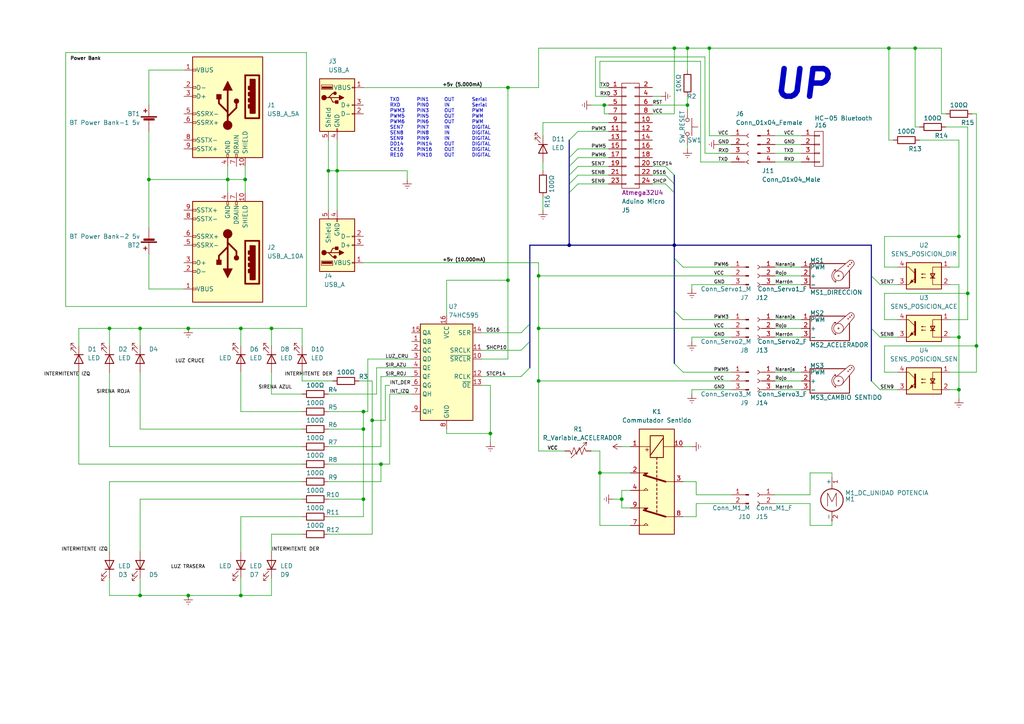
<source format=kicad_sch>
(kicad_sch (version 20211123) (generator eeschema)
  (paper "A4")
  (title_block (title "Esquema Coche Teledirigido") (date "2022-07-28") (rev "1") (company "CACA") (comment 1 "Esquema Coche Teledirigido"))
  (lib_symbols
    (symbol "74xx:74HC595"
      (property "Reference" "U" (at -7.62 13.97 0))
      (property "Value" "74HC595" (at -7.62 -16.51 0))
      (symbol "74HC595_1_0"
        (pin tri_state line (at 10.16 7.62 180) (length 2.54) (name "QB") (number "1"))
        (pin input line (at -10.16 2.54 0) (length 2.54) (name "~{SRCLR}") (number "10"))
        (pin input line (at -10.16 5.08 0) (length 2.54) (name "SRCLK") (number "11"))
        (pin input line (at -10.16 -2.54 0) (length 2.54) (name "RCLK") (number "12"))
        (pin input line (at -10.16 -5.08 0) (length 2.54) (name "~{OE}") (number "13"))
        (pin input line (at -10.16 10.16 0) (length 2.54) (name "SER") (number "14"))
        (pin tri_state line (at 10.16 10.16 180) (length 2.54) (name "QA") (number "15"))
        (pin power_in line (at 0 15.24 270) (length 2.54) (name "VCC") (number "16"))
        (pin tri_state line (at 10.16 5.08 180) (length 2.54) (name "QC") (number "2"))
        (pin tri_state line (at 10.16 2.54 180) (length 2.54) (name "QD") (number "3"))
        (pin tri_state line (at 10.16 0 180) (length 2.54) (name "QE") (number "4"))
        (pin tri_state line (at 10.16 -2.54 180) (length 2.54) (name "QF") (number "5"))
        (pin tri_state line (at 10.16 -5.08 180) (length 2.54) (name "QG") (number "6"))
        (pin tri_state line (at 10.16 -7.62 180) (length 2.54) (name "QH") (number "7"))
        (pin power_in line (at 0 -17.78 90) (length 2.54) (name "GND") (number "8"))
        (pin output line (at 10.16 -12.7 180) (length 2.54) (name "QH'") (number "9"))
      )
    )
    (symbol "Connector:Conn_01x04_Female" (pin_names (offset 1.016) hide)
      (property "Reference" "J" (at 0 5.08 0))
      (property "Value" "Conn_01x04_Female" (at 0 -7.62 0))
      (symbol "Conn_01x04_Female_1_1"
        (pin passive line (at -5.08 2.54 0) (length 3.81) (name "Pin_1") (number "1"))
        (pin passive line (at -5.08 0 0) (length 3.81) (name "Pin_2") (number "2"))
        (pin passive line (at -5.08 -2.54 0) (length 3.81) (name "Pin_3") (number "3"))
        (pin passive line (at -5.08 -5.08 0) (length 3.81) (name "Pin_4") (number "4"))
      )
    )
    (symbol "Connector:Conn_01x04_Male" (pin_names (offset 1.016) hide)
      (property "Reference" "J" (at 0 5.08 0))
      (property "Value" "Conn_01x04_Male" (at 0 -7.62 0))
      (symbol "Conn_01x04_Male_1_1"
        (pin passive line (at 5.08 2.54 180) (length 3.81) (name "Pin_1") (number "1"))
        (pin passive line (at 5.08 0 180) (length 3.81) (name "Pin_2") (number "2"))
        (pin passive line (at 5.08 -2.54 180) (length 3.81) (name "Pin_3") (number "3"))
        (pin passive line (at 5.08 -5.08 180) (length 3.81) (name "Pin_4") (number "4"))
      )
    )
    (symbol "Connector:USB3_A" (pin_names (offset 1.016))
      (property "Reference" "J" (at -10.16 15.24 0))
      (property "Value" "USB3_A" (at 10.16 15.24 0))
      (symbol "USB3_A_1_1"
        (pin power_in line (at 12.7 10.16 180) (length 2.54) (name "VBUS") (number "1"))
        (pin passive line (at -5.08 -17.78 90) (length 2.54) (name "SHIELD") (number "10"))
        (pin bidirectional line (at 12.7 5.08 180) (length 2.54) (name "D-") (number "2"))
        (pin bidirectional line (at 12.7 2.54 180) (length 2.54) (name "D+") (number "3"))
        (pin power_in line (at 0 -17.78 90) (length 2.54) (name "GND") (number "4"))
        (pin output line (at 12.7 -2.54 180) (length 2.54) (name "SSRX-") (number "5"))
        (pin output line (at 12.7 -5.08 180) (length 2.54) (name "SSRX+") (number "6"))
        (pin passive line (at -2.54 -17.78 90) (length 2.54) (name "DRAIN") (number "7"))
        (pin input line (at 12.7 -10.16 180) (length 2.54) (name "SSTX-") (number "8"))
        (pin input line (at 12.7 -12.7 180) (length 2.54) (name "SSTX+") (number "9"))
      )
    )
    (symbol "Connector:USB_A" (pin_names (offset 1.016))
      (property "Reference" "J" (at -5.08 11.43 0))
      (property "Value" "USB_A" (at -5.08 8.89 0))
      (symbol "USB_A_1_1"
        (pin power_in line (at 7.62 5.08 180) (length 2.54) (name "VBUS") (number "1"))
        (pin bidirectional line (at 7.62 -2.54 180) (length 2.54) (name "D-") (number "2"))
        (pin bidirectional line (at 7.62 0 180) (length 2.54) (name "D+") (number "3"))
        (pin power_in line (at 0 -10.16 90) (length 2.54) (name "GND") (number "4"))
        (pin passive line (at -2.54 -10.16 90) (length 2.54) (name "Shield") (number "5"))
      )
    )
    (symbol "Device:LED" (pin_numbers hide) (pin_names (offset 1.016) hide)
      (property "Reference" "D" (at 0 2.54 0))
      (property "Value" "LED" (at 0 -2.54 0))
      (symbol "LED_1_1"
        (pin passive line (at -3.81 0 0) (length 2.54) (name "K") (number "1"))
        (pin passive line (at 3.81 0 180) (length 2.54) (name "A") (number "2"))
      )
    )
    (symbol "Device:R_Variable_US" (pin_numbers hide) (pin_names (offset 0))
      (property "Reference" "R" (at 2.54 -2.54 90))
      (property "Value" "R_Variable_US" (at -2.54 -1.27 90))
      (symbol "R_Variable_US_1_1"
        (pin passive line (at 0 3.81 270) (length 1.27) (name "~") (number "1"))
        (pin passive line (at 0 -3.81 90) (length 1.27) (name "~") (number "2"))
      )
    )
    (symbol "Isolator:FODM217A"
      (property "Reference" "U" (at -5.08 5.08 0))
      (property "Value" "FODM217A" (at 0 5.08 0))
      (symbol "FODM217A_1_1"
        (pin passive line (at -7.62 2.54 0) (length 2.54) (name "~") (number "1"))
        (pin passive line (at -7.62 -2.54 0) (length 2.54) (name "~") (number "2"))
        (pin passive line (at 7.62 -2.54 180) (length 2.54) (name "~") (number "3"))
        (pin passive line (at 7.62 2.54 180) (length 2.54) (name "~") (number "4"))
      )
    )
    (symbol "Relay:AZ850-x"
      (property "Reference" "K" (at 16.51 3.81 0))
      (property "Value" "AZ850-x" (at 16.51 1.27 0))
      (symbol "AZ850-x_0_0"
        (text "+" (at -9.271 2.921 0) (effects (font (size 1.27 1.27))))
      )
      (symbol "AZ850-x_1_1"
        (pin passive line (at -10.16 7.62 270) (length 2.54) (name "~") (number "1"))
        (pin passive line (at -10.16 -7.62 90) (length 2.54) (name "~") (number "10"))
        (pin passive line (at -2.54 7.62 270) (length 2.54) (name "~") (number "2"))
        (pin passive line (at 0 -7.62 90) (length 2.54) (name "~") (number "3"))
        (pin passive line (at 2.54 7.62 270) (length 2.54) (name "~") (number "4"))
        (pin passive line (at 12.7 7.62 270) (length 2.54) (name "~") (number "7"))
        (pin passive line (at 10.16 -7.62 90) (length 2.54) (name "~") (number "8"))
        (pin passive line (at 7.62 7.62 270) (length 2.54) (name "~") (number "9"))
      )
    )
    (symbol "caca-coche-rescue:Battery_Cell" (pin_numbers hide) (pin_names (offset 0) hide)
      (property "Reference" "BT" (at 2.54 2.54 0))
      (property "Value" "Battery_Cell" (at 2.54 0 0))
      (symbol "Battery_Cell_1_1"
        (pin passive line (at 0 5.08 270) (length 2.54) (name "+") (number "1"))
        (pin passive line (at 0 -2.54 90) (length 2.54) (name "-") (number "2"))
      )
    )
    (symbol "caca-coche-rescue:CONN_01X04" (pin_names (offset 1.016) hide)
      (property "Reference" "P" (at 0 6.35 0))
      (property "Value" "CONN_01X04" (at 2.54 0 90))
      (symbol "CONN_01X04_1_1"
        (pin passive line (at -5.08 3.81 0) (length 3.81) (name "P1") (number "1"))
        (pin passive line (at -5.08 1.27 0) (length 3.81) (name "P2") (number "2"))
        (pin passive line (at -5.08 -1.27 0) (length 3.81) (name "P3") (number "3"))
        (pin passive line (at -5.08 -3.81 0) (length 3.81) (name "P4") (number "4"))
      )
    )
    (symbol "caca-coche-rescue:CONN_02X12" (pin_names (offset 0.0254) hide)
      (property "Reference" "P" (at 0 16.51 0))
      (property "Value" "CONN_02X12" (at 0 0 90))
      (symbol "CONN_02X12_1_1"
        (pin passive line (at -6.35 13.97 0) (length 3.81) (name "P1") (number "1"))
        (pin passive line (at 6.35 3.81 180) (length 3.81) (name "P10") (number "10"))
        (pin passive line (at -6.35 1.27 0) (length 3.81) (name "P11") (number "11"))
        (pin passive line (at 6.35 1.27 180) (length 3.81) (name "P12") (number "12"))
        (pin passive line (at -6.35 -1.27 0) (length 3.81) (name "P13") (number "13"))
        (pin passive line (at 6.35 -1.27 180) (length 3.81) (name "P14") (number "14"))
        (pin passive line (at -6.35 -3.81 0) (length 3.81) (name "P15") (number "15"))
        (pin passive line (at 6.35 -3.81 180) (length 3.81) (name "P16") (number "16"))
        (pin passive line (at -6.35 -6.35 0) (length 3.81) (name "P17") (number "17"))
        (pin passive line (at 6.35 -6.35 180) (length 3.81) (name "P18") (number "18"))
        (pin passive line (at -6.35 -8.89 0) (length 3.81) (name "P19") (number "19"))
        (pin passive line (at 6.35 13.97 180) (length 3.81) (name "P2") (number "2"))
        (pin passive line (at 6.35 -8.89 180) (length 3.81) (name "P20") (number "20"))
        (pin passive line (at -6.35 -11.43 0) (length 3.81) (name "P21") (number "21"))
        (pin passive line (at 6.35 -11.43 180) (length 3.81) (name "P22") (number "22"))
        (pin passive line (at -6.35 -13.97 0) (length 3.81) (name "P23") (number "23"))
        (pin passive line (at 6.35 -13.97 180) (length 3.81) (name "P24") (number "24"))
        (pin passive line (at -6.35 11.43 0) (length 3.81) (name "P3") (number "3"))
        (pin passive line (at 6.35 11.43 180) (length 3.81) (name "P4") (number "4"))
        (pin passive line (at -6.35 8.89 0) (length 3.81) (name "P5") (number "5"))
        (pin passive line (at 6.35 8.89 180) (length 3.81) (name "P6") (number "6"))
        (pin passive line (at -6.35 6.35 0) (length 3.81) (name "P7") (number "7"))
        (pin passive line (at 6.35 6.35 180) (length 3.81) (name "P8") (number "8"))
        (pin passive line (at -6.35 3.81 0) (length 3.81) (name "P9") (number "9"))
      )
    )
    (symbol "caca-coche-rescue:Conn_01x02_Female" (pin_names (offset 1.016) hide)
      (property "Reference" "J" (at 0 2.54 0))
      (property "Value" "Conn_01x02_Female" (at 0 -5.08 0))
      (symbol "Conn_01x02_Female_1_1"
        (pin passive line (at -5.08 0 0) (length 3.81) (name "Pin_1") (number "1"))
        (pin passive line (at -5.08 -2.54 0) (length 3.81) (name "Pin_2") (number "2"))
      )
    )
    (symbol "caca-coche-rescue:Conn_01x02_Male" (pin_names (offset 1.016) hide)
      (property "Reference" "J" (at 0 2.54 0))
      (property "Value" "Conn_01x02_Male" (at 0 -5.08 0))
      (symbol "Conn_01x02_Male_1_1"
        (pin passive line (at 5.08 0 180) (length 3.81) (name "Pin_1") (number "1"))
        (pin passive line (at 5.08 -2.54 180) (length 3.81) (name "Pin_2") (number "2"))
      )
    )
    (symbol "caca-coche-rescue:Conn_01x03_Female" (pin_names (offset 1.016) hide)
      (property "Reference" "J" (at 0 5.08 0))
      (property "Value" "Conn_01x03_Female" (at 0 -5.08 0))
      (symbol "Conn_01x03_Female_1_1"
        (pin passive line (at -5.08 2.54 0) (length 3.81) (name "Pin_1") (number "1"))
        (pin passive line (at -5.08 0 0) (length 3.81) (name "Pin_2") (number "2"))
        (pin passive line (at -5.08 -2.54 0) (length 3.81) (name "Pin_3") (number "3"))
      )
    )
    (symbol "caca-coche-rescue:Conn_01x03_Male" (pin_names (offset 1.016) hide)
      (property "Reference" "J" (at 0 5.08 0))
      (property "Value" "Conn_01x03_Male" (at 0 -5.08 0))
      (symbol "Conn_01x03_Male_1_1"
        (pin passive line (at 5.08 2.54 180) (length 3.81) (name "Pin_1") (number "1"))
        (pin passive line (at 5.08 0 180) (length 3.81) (name "Pin_2") (number "2"))
        (pin passive line (at 5.08 -2.54 180) (length 3.81) (name "Pin_3") (number "3"))
      )
    )
    (symbol "caca-coche-rescue:Earth" (power) (pin_names (offset 0))
      (symbol "Earth_1_1"
        (pin power_in line (at 0 0 270) (length 0) hide (name "Earth") (number "1"))
      )
    )
    (symbol "caca-coche-rescue:Motor_DC" (pin_names (offset 0))
      (property "Reference" "M" (at 2.54 2.54 0))
      (property "Value" "Motor_DC" (at 2.54 -5.08 0))
      (symbol "Motor_DC_1_1"
        (pin passive line (at 0 5.08 270) (length 2.54) (name "+") (number "1"))
        (pin passive line (at 0 -7.62 90) (length 2.54) (name "-") (number "2"))
      )
    )
    (symbol "caca-coche-rescue:Motor_Servo" (pin_names (offset 0.0254))
      (property "Reference" "M" (at -5.08 4.445 0))
      (property "Value" "Motor_Servo" (at -5.08 -4.064 0))
      (symbol "Motor_Servo_1_1"
        (pin passive line (at -7.62 2.54 0) (length 2.54) (name "PWM") (number "1"))
        (pin passive line (at -7.62 0 0) (length 2.54) (name "+") (number "2"))
        (pin passive line (at -7.62 -2.54 0) (length 2.54) (name "-") (number "3"))
      )
    )
    (symbol "caca-coche-rescue:R" (pin_numbers hide) (pin_names (offset 0))
      (property "Reference" "R" (at 2.032 0 90))
      (property "Value" "R" (at 0 0 90))
      (symbol "R_1_1"
        (pin passive line (at 0 3.81 270) (length 1.27) (name "~") (number "1"))
        (pin passive line (at 0 -3.81 90) (length 1.27) (name "~") (number "2"))
      )
    )
    (symbol "caca-coche-rescue:SW_Push" (pin_numbers hide) (pin_names (offset 1.016) hide)
      (property "Reference" "SW" (at 1.27 2.54 0))
      (property "Value" "SW_Push" (at 0 -1.524 0))
      (symbol "SW_Push_0_1"
        (pin passive line (at -5.08 0 0) (length 2.54) (name "1") (number "1"))
        (pin passive line (at 5.08 0 180) (length 2.54) (name "2") (number "2"))
      )
    )
    (symbol "power:GNDREF" (power) (pin_names (offset 0))
      (property "Value" "GNDREF" (at 0 -3.81 0))
      (symbol "GNDREF_1_1"
        (pin power_in line (at 0 0 270) (length 0) hide (name "GNDREF") (number "1"))
      )
    )
    (symbol "power:VBUS" (power) (pin_names (offset 0))
      (property "Value" "VBUS" (at 0 3.81 0))
      (symbol "VBUS_1_1"
        (pin power_in line (at 0 0 90) (length 0) hide (name "VBUS") (number "1"))
      )
    )
  )
  (junction (at 54.61 172.72))
  (junction (at 142.24 125.73))
  (junction (at 278.13 68.58))
  (junction (at 97.79 49.53))
  (junction (at 147.32 81.28))
  (junction (at 31.75 95.25))
  (junction (at 69.85 172.72))
  (junction (at 278.13 97.79))
  (junction (at 199.39 30.48))
  (junction (at 283.21 100.33))
  (junction (at 105.41 119.38))
  (junction (at 105.41 124.46))
  (junction (at 43.18 52.07))
  (junction (at 69.85 95.25))
  (junction (at 173.99 137.16))
  (junction (at 107.95 121.92))
  (junction (at 66.04 52.07))
  (junction (at 280.67 85.09))
  (junction (at 257.81 13.97))
  (junction (at 175.26 30.48))
  (junction (at 95.25 49.53))
  (junction (at 199.39 13.97))
  (junction (at 180.34 144.78))
  (junction (at 156.21 110.49))
  (junction (at 265.43 13.97))
  (junction (at 205.74 13.97))
  (junction (at 40.64 95.25))
  (junction (at 195.58 71.12))
  (junction (at 105.41 144.78))
  (junction (at 165.1 71.12))
  (junction (at 147.32 25.4))
  (junction (at 278.13 113.03))
  (junction (at 54.61 95.25))
  (junction (at 78.74 95.25))
  (junction (at 156.21 80.01))
  (junction (at 156.21 95.25))
  (junction (at 71.12 52.07))
  (junction (at 195.58 13.97))
  (junction (at 110.49 134.62))
  (junction (at 40.64 172.72))
  (bus_entry (at 151.13 109.22) (size 2.54 -2.54))
  (bus_entry (at 151.13 96.52) (size 2.54 -2.54))
  (bus_entry (at 165.1 45.72) (size 2.54 -2.54))
  (bus_entry (at 252.73 80.01) (size 2.54 2.54))
  (bus_entry (at 252.73 95.25) (size 2.54 2.54))
  (bus_entry (at 252.73 110.49) (size 2.54 2.54))
  (bus_entry (at 165.1 40.64) (size 2.54 -2.54))
  (bus_entry (at 165.1 53.34) (size 2.54 -2.54))
  (bus_entry (at 151.13 101.6) (size 2.54 -2.54))
  (bus_entry (at 165.1 48.26) (size 2.54 -2.54))
  (bus_entry (at 165.1 55.88) (size 2.54 -2.54))
  (bus_entry (at 193.04 48.26) (size 2.54 2.54))
  (bus_entry (at 193.04 50.8) (size 2.54 2.54))
  (bus_entry (at 193.04 53.34) (size 2.54 2.54))
  (bus_entry (at 195.58 74.93) (size 2.54 2.54))
  (bus_entry (at 195.58 90.17) (size 2.54 2.54))
  (bus_entry (at 195.58 105.41) (size 2.54 2.54))
  (bus_entry (at 165.1 50.8) (size 2.54 -2.54))
  (wire (pts (xy 275.59 113.03) (xy 278.13 113.03)))
  (wire (pts (xy 111.76 111.76) (xy 111.76 121.92)))
  (wire (pts (xy 259.08 40.64) (xy 257.81 40.64)))
  (wire (pts (xy 95.25 134.62) (xy 110.49 134.62)))
  (bus (pts (xy 252.73 95.25) (xy 252.73 110.49)))
  (wire (pts (xy 255.27 82.55) (xy 260.35 82.55)))
  (wire (pts (xy 69.85 119.38) (xy 69.85 107.95)))
  (wire (pts (xy 110.49 109.22) (xy 110.49 129.54)))
  (wire (pts (xy 260.35 113.03) (xy 255.27 113.03)))
  (wire (pts (xy 107.95 154.94) (xy 107.95 121.92)))
  (wire (pts (xy 95.25 139.7) (xy 110.49 139.7)))
  (wire (pts (xy 172.72 16.51) (xy 172.72 27.94)))
  (wire (pts (xy 129.54 124.46) (xy 129.54 125.73)))
  (wire (pts (xy 147.32 25.4) (xy 156.21 25.4)))
  (wire (pts (xy 157.48 57.15) (xy 157.48 60.96)))
  (wire (pts (xy 156.21 13.97) (xy 156.21 25.4)))
  (wire (pts (xy 167.64 45.72) (xy 176.53 45.72)))
  (wire (pts (xy 198.12 139.7) (xy 201.93 139.7)))
  (wire (pts (xy 173.99 25.4) (xy 173.99 17.78)))
  (wire (pts (xy 119.38 104.14) (xy 106.68 104.14)))
  (wire (pts (xy 104.14 110.49) (xy 107.95 110.49)))
  (wire (pts (xy 19.05 15.24) (xy 88.9 15.24)))
  (wire (pts (xy 40.64 167.64) (xy 40.64 172.72)))
  (wire (pts (xy 256.54 92.71) (xy 256.54 85.09)))
  (wire (pts (xy 113.03 114.3) (xy 113.03 134.62)))
  (wire (pts (xy 31.75 129.54) (xy 31.75 107.95)))
  (wire (pts (xy 31.75 95.25) (xy 31.75 100.33)))
  (bus (pts (xy 165.1 50.8) (xy 165.1 53.34)))
  (wire (pts (xy 22.86 134.62) (xy 22.86 107.95)))
  (wire (pts (xy 212.09 41.91) (xy 208.28 41.91)))
  (wire (pts (xy 176.53 35.56) (xy 157.48 35.56)))
  (wire (pts (xy 234.95 146.05) (xy 234.95 152.4)))
  (wire (pts (xy 180.34 142.24) (xy 182.88 142.24)))
  (wire (pts (xy 167.64 53.34) (xy 176.53 53.34)))
  (wire (pts (xy 87.63 154.94) (xy 78.74 154.94)))
  (wire (pts (xy 156.21 95.25) (xy 156.21 110.49)))
  (bus (pts (xy 165.1 53.34) (xy 165.1 55.88)))
  (wire (pts (xy 232.41 82.55) (xy 224.79 82.55)))
  (wire (pts (xy 129.54 125.73) (xy 142.24 125.73)))
  (wire (pts (xy 199.39 13.97) (xy 199.39 20.32)))
  (wire (pts (xy 31.75 172.72) (xy 40.64 172.72)))
  (wire (pts (xy 95.25 129.54) (xy 110.49 129.54)))
  (wire (pts (xy 274.32 33.02) (xy 273.05 33.02)))
  (wire (pts (xy 278.13 82.55) (xy 278.13 97.79)))
  (wire (pts (xy 87.63 129.54) (xy 31.75 129.54)))
  (wire (pts (xy 260.35 107.95) (xy 256.54 107.95)))
  (wire (pts (xy 177.8 144.78) (xy 180.34 144.78)))
  (wire (pts (xy 234.95 152.4) (xy 241.3 152.4)))
  (wire (pts (xy 189.23 53.34) (xy 193.04 53.34)))
  (wire (pts (xy 173.99 17.78) (xy 203.2 17.78)))
  (wire (pts (xy 139.7 111.76) (xy 142.24 111.76)))
  (wire (pts (xy 180.34 144.78) (xy 180.34 142.24)))
  (wire (pts (xy 142.24 111.76) (xy 142.24 125.73)))
  (wire (pts (xy 256.54 107.95) (xy 256.54 100.33)))
  (wire (pts (xy 199.39 41.91) (xy 199.39 43.18)))
  (wire (pts (xy 87.63 95.25) (xy 78.74 95.25)))
  (wire (pts (xy 175.26 30.48) (xy 175.26 33.02)))
  (wire (pts (xy 107.95 121.92) (xy 107.95 110.49)))
  (wire (pts (xy 109.22 114.3) (xy 109.22 106.68)))
  (wire (pts (xy 224.79 39.37) (xy 232.41 39.37)))
  (wire (pts (xy 204.47 16.51) (xy 204.47 44.45)))
  (wire (pts (xy 95.25 49.53) (xy 95.25 60.96)))
  (wire (pts (xy 78.74 114.3) (xy 78.74 107.95)))
  (wire (pts (xy 275.59 82.55) (xy 278.13 82.55)))
  (wire (pts (xy 156.21 130.81) (xy 163.83 130.81)))
  (wire (pts (xy 147.32 81.28) (xy 147.32 104.14)))
  (wire (pts (xy 97.79 40.64) (xy 97.79 49.53)))
  (bus (pts (xy 195.58 55.88) (xy 195.58 71.12)))
  (wire (pts (xy 189.23 50.8) (xy 193.04 50.8)))
  (wire (pts (xy 175.26 33.02) (xy 176.53 33.02)))
  (bus (pts (xy 195.58 53.34) (xy 195.58 55.88)))
  (wire (pts (xy 232.41 77.47) (xy 224.79 77.47)))
  (wire (pts (xy 232.41 80.01) (xy 224.79 80.01)))
  (wire (pts (xy 31.75 139.7) (xy 31.75 160.02)))
  (wire (pts (xy 199.39 27.94) (xy 199.39 30.48)))
  (wire (pts (xy 224.79 41.91) (xy 232.41 41.91)))
  (wire (pts (xy 278.13 97.79) (xy 278.13 113.03)))
  (bus (pts (xy 165.1 55.88) (xy 165.1 71.12)))
  (wire (pts (xy 275.59 92.71) (xy 280.67 92.71)))
  (wire (pts (xy 119.38 114.3) (xy 113.03 114.3)))
  (wire (pts (xy 139.7 104.14) (xy 147.32 104.14)))
  (wire (pts (xy 147.32 81.28) (xy 147.32 25.4)))
  (wire (pts (xy 205.74 13.97) (xy 257.81 13.97)))
  (wire (pts (xy 95.25 124.46) (xy 105.41 124.46)))
  (bus (pts (xy 195.58 71.12) (xy 195.58 74.93)))
  (wire (pts (xy 78.74 154.94) (xy 78.74 160.02)))
  (wire (pts (xy 66.04 52.07) (xy 66.04 55.88)))
  (wire (pts (xy 205.74 13.97) (xy 205.74 39.37)))
  (wire (pts (xy 204.47 44.45) (xy 212.09 44.45)))
  (wire (pts (xy 256.54 68.58) (xy 278.13 68.58)))
  (wire (pts (xy 43.18 83.82) (xy 53.34 83.82)))
  (wire (pts (xy 171.45 30.48) (xy 175.26 30.48)))
  (bus (pts (xy 165.1 71.12) (xy 195.58 71.12)))
  (wire (pts (xy 95.25 40.64) (xy 95.25 49.53)))
  (wire (pts (xy 205.74 39.37) (xy 212.09 39.37)))
  (wire (pts (xy 201.93 146.05) (xy 212.09 146.05)))
  (bus (pts (xy 165.1 71.12) (xy 153.67 71.12)))
  (wire (pts (xy 87.63 124.46) (xy 40.64 124.46)))
  (wire (pts (xy 200.66 113.03) (xy 212.09 113.03)))
  (wire (pts (xy 195.58 13.97) (xy 199.39 13.97)))
  (wire (pts (xy 129.54 91.44) (xy 129.54 81.28)))
  (wire (pts (xy 167.64 43.18) (xy 176.53 43.18)))
  (wire (pts (xy 280.67 85.09) (xy 280.67 92.71)))
  (wire (pts (xy 40.64 172.72) (xy 54.61 172.72)))
  (wire (pts (xy 257.81 13.97) (xy 257.81 40.64)))
  (wire (pts (xy 156.21 110.49) (xy 212.09 110.49)))
  (wire (pts (xy 69.85 149.86) (xy 69.85 160.02)))
  (wire (pts (xy 69.85 95.25) (xy 54.61 95.25)))
  (bus (pts (xy 153.67 71.12) (xy 153.67 93.98)))
  (wire (pts (xy 87.63 119.38) (xy 69.85 119.38)))
  (wire (pts (xy 87.63 134.62) (xy 22.86 134.62)))
  (wire (pts (xy 201.93 143.51) (xy 212.09 143.51)))
  (wire (pts (xy 22.86 100.33) (xy 22.86 95.25)))
  (wire (pts (xy 69.85 167.64) (xy 69.85 172.72)))
  (wire (pts (xy 78.74 95.25) (xy 69.85 95.25)))
  (wire (pts (xy 266.7 36.83) (xy 265.43 36.83)))
  (wire (pts (xy 31.75 95.25) (xy 40.64 95.25)))
  (wire (pts (xy 180.34 129.54) (xy 182.88 129.54)))
  (wire (pts (xy 118.11 52.07) (xy 118.11 49.53)))
  (wire (pts (xy 111.76 121.92) (xy 107.95 121.92)))
  (wire (pts (xy 234.95 137.16) (xy 234.95 143.51)))
  (wire (pts (xy 156.21 13.97) (xy 195.58 13.97)))
  (wire (pts (xy 189.23 33.02) (xy 195.58 33.02)))
  (wire (pts (xy 43.18 52.07) (xy 43.18 66.04)))
  (wire (pts (xy 69.85 95.25) (xy 69.85 100.33)))
  (wire (pts (xy 87.63 144.78) (xy 40.64 144.78)))
  (wire (pts (xy 156.21 95.25) (xy 212.09 95.25)))
  (wire (pts (xy 109.22 106.68) (xy 119.38 106.68)))
  (wire (pts (xy 105.41 25.4) (xy 147.32 25.4)))
  (wire (pts (xy 87.63 110.49) (xy 87.63 107.95)))
  (wire (pts (xy 283.21 33.02) (xy 283.21 100.33)))
  (wire (pts (xy 232.41 113.03) (xy 224.79 113.03)))
  (wire (pts (xy 95.25 49.53) (xy 97.79 49.53)))
  (wire (pts (xy 278.13 40.64) (xy 266.7 40.64)))
  (wire (pts (xy 156.21 80.01) (xy 156.21 95.25)))
  (wire (pts (xy 257.81 13.97) (xy 265.43 13.97)))
  (wire (pts (xy 234.95 143.51) (xy 224.79 143.51)))
  (wire (pts (xy 43.18 20.32) (xy 53.34 20.32)))
  (wire (pts (xy 173.99 152.4) (xy 182.88 152.4)))
  (wire (pts (xy 265.43 13.97) (xy 265.43 36.83)))
  (wire (pts (xy 87.63 114.3) (xy 78.74 114.3)))
  (wire (pts (xy 200.66 82.55) (xy 212.09 82.55)))
  (wire (pts (xy 200.66 97.79) (xy 212.09 97.79)))
  (wire (pts (xy 71.12 48.26) (xy 71.12 52.07)))
  (wire (pts (xy 95.25 119.38) (xy 105.41 119.38)))
  (bus (pts (xy 252.73 80.01) (xy 252.73 95.25)))
  (wire (pts (xy 88.9 15.24) (xy 88.9 88.9)))
  (wire (pts (xy 200.66 97.79) (xy 200.66 99.06)))
  (wire (pts (xy 157.48 46.99) (xy 157.48 49.53)))
  (wire (pts (xy 265.43 13.97) (xy 273.05 13.97)))
  (wire (pts (xy 71.12 52.07) (xy 71.12 55.88)))
  (wire (pts (xy 198.12 92.71) (xy 212.09 92.71)))
  (wire (pts (xy 139.7 96.52) (xy 151.13 96.52)))
  (wire (pts (xy 200.66 82.55) (xy 200.66 83.82)))
  (wire (pts (xy 274.32 36.83) (xy 280.67 36.83)))
  (wire (pts (xy 172.72 16.51) (xy 204.47 16.51)))
  (wire (pts (xy 167.64 48.26) (xy 176.53 48.26)))
  (wire (pts (xy 182.88 147.32) (xy 180.34 147.32)))
  (wire (pts (xy 19.05 15.24) (xy 19.05 88.9)))
  (wire (pts (xy 87.63 139.7) (xy 31.75 139.7)))
  (wire (pts (xy 110.49 134.62) (xy 113.03 134.62)))
  (wire (pts (xy 40.64 100.33) (xy 40.64 95.25)))
  (wire (pts (xy 156.21 80.01) (xy 212.09 80.01)))
  (wire (pts (xy 129.54 81.28) (xy 147.32 81.28)))
  (wire (pts (xy 275.59 107.95) (xy 283.21 107.95)))
  (wire (pts (xy 280.67 36.83) (xy 280.67 85.09)))
  (wire (pts (xy 200.66 113.03) (xy 200.66 114.3)))
  (wire (pts (xy 110.49 134.62) (xy 110.49 139.7)))
  (wire (pts (xy 66.04 48.26) (xy 66.04 52.07)))
  (wire (pts (xy 31.75 167.64) (xy 31.75 172.72)))
  (wire (pts (xy 43.18 73.66) (xy 43.18 83.82)))
  (wire (pts (xy 87.63 149.86) (xy 69.85 149.86)))
  (wire (pts (xy 87.63 110.49) (xy 96.52 110.49)))
  (bus (pts (xy 165.1 40.64) (xy 165.1 45.72)))
  (wire (pts (xy 256.54 100.33) (xy 283.21 100.33)))
  (wire (pts (xy 180.34 147.32) (xy 180.34 144.78)))
  (wire (pts (xy 176.53 38.1) (xy 167.64 38.1)))
  (wire (pts (xy 106.68 104.14) (xy 106.68 119.38)))
  (wire (pts (xy 43.18 38.1) (xy 43.18 52.07)))
  (wire (pts (xy 40.64 95.25) (xy 54.61 95.25)))
  (bus (pts (xy 195.58 50.8) (xy 195.58 53.34)))
  (wire (pts (xy 232.41 95.25) (xy 224.79 95.25)))
  (wire (pts (xy 171.45 130.81) (xy 173.99 130.81)))
  (wire (pts (xy 113.03 111.76) (xy 111.76 111.76)))
  (wire (pts (xy 201.93 139.7) (xy 201.93 143.51)))
  (wire (pts (xy 87.63 100.33) (xy 87.63 95.25)))
  (wire (pts (xy 224.79 44.45) (xy 232.41 44.45)))
  (wire (pts (xy 203.2 17.78) (xy 203.2 46.99)))
  (wire (pts (xy 198.12 129.54) (xy 200.66 129.54)))
  (wire (pts (xy 189.23 48.26) (xy 193.04 48.26)))
  (wire (pts (xy 198.12 149.86) (xy 201.93 149.86)))
  (wire (pts (xy 142.24 125.73) (xy 142.24 128.27)))
  (wire (pts (xy 105.41 144.78) (xy 105.41 149.86)))
  (wire (pts (xy 199.39 30.48) (xy 199.39 31.75)))
  (wire (pts (xy 97.79 60.96) (xy 97.79 49.53)))
  (bus (pts (xy 165.1 45.72) (xy 165.1 48.26)))
  (bus (pts (xy 165.1 48.26) (xy 165.1 50.8)))
  (wire (pts (xy 176.53 50.8) (xy 167.64 50.8)))
  (wire (pts (xy 189.23 30.48) (xy 199.39 30.48)))
  (bus (pts (xy 195.58 90.17) (xy 195.58 105.41)))
  (bus (pts (xy 153.67 99.06) (xy 153.67 106.68)))
  (wire (pts (xy 278.13 68.58) (xy 278.13 40.64)))
  (wire (pts (xy 198.12 77.47) (xy 212.09 77.47)))
  (wire (pts (xy 273.05 13.97) (xy 273.05 33.02)))
  (wire (pts (xy 88.9 88.9) (xy 19.05 88.9)))
  (wire (pts (xy 232.41 107.95) (xy 224.79 107.95)))
  (wire (pts (xy 173.99 137.16) (xy 182.88 137.16)))
  (wire (pts (xy 78.74 95.25) (xy 78.74 100.33)))
  (wire (pts (xy 95.25 154.94) (xy 107.95 154.94)))
  (wire (pts (xy 173.99 137.16) (xy 173.99 152.4)))
  (wire (pts (xy 275.59 77.47) (xy 278.13 77.47)))
  (wire (pts (xy 139.7 109.22) (xy 151.13 109.22)))
  (wire (pts (xy 232.41 92.71) (xy 224.79 92.71)))
  (wire (pts (xy 224.79 46.99) (xy 232.41 46.99)))
  (wire (pts (xy 110.49 109.22) (xy 119.38 109.22)))
  (wire (pts (xy 173.99 130.81) (xy 173.99 137.16)))
  (wire (pts (xy 40.64 124.46) (xy 40.64 107.95)))
  (wire (pts (xy 260.35 77.47) (xy 256.54 77.47)))
  (wire (pts (xy 176.53 30.48) (xy 175.26 30.48)))
  (wire (pts (xy 191.77 27.94) (xy 189.23 27.94)))
  (wire (pts (xy 157.48 35.56) (xy 157.48 39.37)))
  (wire (pts (xy 105.41 76.2) (xy 156.21 76.2)))
  (wire (pts (xy 105.41 124.46) (xy 105.41 144.78)))
  (wire (pts (xy 275.59 97.79) (xy 278.13 97.79)))
  (wire (pts (xy 105.41 119.38) (xy 105.41 124.46)))
  (wire (pts (xy 195.58 33.02) (xy 195.58 13.97)))
  (wire (pts (xy 139.7 101.6) (xy 151.13 101.6)))
  (wire (pts (xy 199.39 13.97) (xy 205.74 13.97)))
  (wire (pts (xy 281.94 33.02) (xy 283.21 33.02)))
  (wire (pts (xy 156.21 76.2) (xy 156.21 80.01)))
  (wire (pts (xy 278.13 113.03) (xy 278.13 115.57)))
  (wire (pts (xy 95.25 144.78) (xy 105.41 144.78)))
  (wire (pts (xy 118.11 49.53) (xy 97.79 49.53)))
  (wire (pts (xy 173.99 25.4) (xy 176.53 25.4)))
  (wire (pts (xy 95.25 114.3) (xy 109.22 114.3)))
  (wire (pts (xy 224.79 146.05) (xy 234.95 146.05)))
  (wire (pts (xy 156.21 110.49) (xy 156.21 130.81)))
  (wire (pts (xy 255.27 97.79) (xy 260.35 97.79)))
  (wire (pts (xy 78.74 172.72) (xy 69.85 172.72)))
  (wire (pts (xy 66.04 52.07) (xy 71.12 52.07)))
  (wire (pts (xy 212.09 107.95) (xy 198.12 107.95)))
  (wire (pts (xy 283.21 100.33) (xy 283.21 107.95)))
  (bus (pts (xy 153.67 93.98) (xy 153.67 99.06)))
  (wire (pts (xy 78.74 167.64) (xy 78.74 172.72)))
  (wire (pts (xy 232.41 110.49) (xy 224.79 110.49)))
  (wire (pts (xy 43.18 52.07) (xy 66.04 52.07)))
  (wire (pts (xy 256.54 85.09) (xy 280.67 85.09)))
  (wire (pts (xy 172.72 27.94) (xy 176.53 27.94)))
  (wire (pts (xy 69.85 172.72) (xy 54.61 172.72)))
  (wire (pts (xy 22.86 95.25) (xy 31.75 95.25)))
  (wire (pts (xy 106.68 119.38) (xy 105.41 119.38)))
  (wire (pts (xy 278.13 77.47) (xy 278.13 68.58)))
  (wire (pts (xy 256.54 77.47) (xy 256.54 68.58)))
  (wire (pts (xy 241.3 152.4) (xy 241.3 151.13)))
  (wire (pts (xy 241.3 137.16) (xy 234.95 137.16)))
  (wire (pts (xy 95.25 149.86) (xy 105.41 149.86)))
  (wire (pts (xy 232.41 97.79) (xy 224.79 97.79)))
  (wire (pts (xy 241.3 138.43) (xy 241.3 137.16)))
  (bus (pts (xy 195.58 74.93) (xy 195.58 90.17)))
  (wire (pts (xy 43.18 30.48) (xy 43.18 20.32)))
  (bus (pts (xy 195.58 71.12) (xy 252.73 71.12)))
  (wire (pts (xy 260.35 92.71) (xy 256.54 92.71)))
  (wire (pts (xy 201.93 149.86) (xy 201.93 146.05)))
  (wire (pts (xy 40.64 144.78) (xy 40.64 160.02)))
  (bus (pts (xy 252.73 71.12) (xy 252.73 80.01)))
  (wire (pts (xy 203.2 46.99) (xy 212.09 46.99)))
  (text "TXD		PIN1	OUT		Serial\nRXD		PIN0	IN		Serial\nPWM3	PIN3	OUT		PWM\nPWM5	PIN5	OUT		PWM\nPWM6	PIN6	OUT		PWM\nSEN7	PIN7	IN		DIGITAL\nSEN8	PIN8	IN		DIGITAL\nSEN9	PIN9	IN		DIGITAL\nDD14	PIN14	OUT		DIGITAL\nCK16	PIN16	OUT		DIGITAL\nRE10	PIN10	OUT		DIGITAL\n" (at 113.03 45.72 0) (effects (font (size 1 1)) (justify left bottom)))
  (text "UP" (at 223.52 29.21 0) (effects (font (size 8.001 8.001) (thickness 1.6002) bold italic) (justify left bottom)))
  (label "SEN9" (at 171.45 53.34 0) (effects (font (size 0.9906 0.9906))))
  (label "INT_IZQ" (at 113.03 114.3 0) (effects (font (size 0.9906 0.9906))))
  (label "PWM5" (at 171.45 43.18 0) (effects (font (size 0.9906 0.9906))))
  (label "SEN7" (at 255.27 82.55 0) (effects (font (size 0.9906 0.9906))))
  (label "Rojo" (at 224.79 110.49 0) (effects (font (size 0.9906 0.9906))))
  (label "TXD" (at 208.28 46.99 0) (effects (font (size 0.9906 0.9906))))
  (label "Rojo" (at 224.79 80.01 0) (effects (font (size 0.9906 0.9906))))
  (label "Naranja" (at 224.79 77.47 0) (effects (font (size 0.9906 0.9906))))
  (label "VCC" (at 207.01 80.01 0) (effects (font (size 0.9906 0.9906))))
  (label "STCP14" (at 189.23 48.26 0) (effects (font (size 0.9906 0.9906))))
  (label "SIRENA AZUL" (at 74.93 113.03 0) (effects (font (size 0.9906 0.9906))))
  (label "Marrón" (at 224.79 97.79 0) (effects (font (size 0.9906 0.9906))))
  (label "VCC" (at 227.33 39.37 0) (effects (font (size 0.9906 0.9906))))
  (label "LUZ_CRU" (at 111.76 104.14 0) (effects (font (size 0.9906 0.9906))))
  (label "Marrón" (at 224.79 82.55 0) (effects (font (size 0.9906 0.9906))))
  (label "SIRENA ROJA" (at 27.94 114.3 0) (effects (font (size 0.9906 0.9906))))
  (label "SHCP10" (at 140.97 101.6 0) (effects (font (size 0.9906 0.9906))))
  (label "GND" (at 207.01 97.79 0) (effects (font (size 0.9906 0.9906))))
  (label "+5v (5.000mA)" (at 128.27 25.4 0) (effects (font (size 0.9906 0.9906) bold)))
  (label "Power Bank" (at 20.32 17.78 0) (effects (font (size 0.9906 0.9906) (thickness 0.1981) bold)))
  (label "VCC" (at 207.01 110.49 0) (effects (font (size 0.9906 0.9906))))
  (label "SEN9" (at 255.27 113.03 0) (effects (font (size 0.9906 0.9906))))
  (label "Rojo" (at 224.79 95.25 0) (effects (font (size 0.9906 0.9906))))
  (label "VCC" (at 158.75 130.81 0) (effects (font (size 0.9906 0.9906) bold)))
  (label "INTERMITENTE IZQ" (at 17.78 160.02 0) (effects (font (size 0.9906 0.9906))))
  (label "RXD" (at 173.99 27.94 0) (effects (font (size 0.9906 0.9906))))
  (label "+5v (10.000mA)" (at 128.27 76.2 0) (effects (font (size 0.9906 0.9906) bold)))
  (label "RST" (at 189.23 30.48 0) (effects (font (size 0.9906 0.9906))))
  (label "RXD" (at 208.28 44.45 0) (effects (font (size 0.9906 0.9906))))
  (label "PWM5" (at 207.01 107.95 0) (effects (font (size 0.9906 0.9906))))
  (label "GND" (at 207.01 113.03 0) (effects (font (size 0.9906 0.9906))))
  (label "VCC" (at 208.28 39.37 0) (effects (font (size 0.9906 0.9906))))
  (label "DS16" (at 140.97 96.52 0) (effects (font (size 0.9906 0.9906))))
  (label "LUZ TRASERA" (at 49.53 165.1 0) (effects (font (size 0.9906 0.9906))))
  (label "GND" (at 208.28 41.91 0) (effects (font (size 0.9906 0.9906))))
  (label "VCC" (at 189.23 33.02 0) (effects (font (size 0.9906 0.9906))))
  (label "PWM6" (at 207.01 77.47 0) (effects (font (size 0.9906 0.9906))))
  (label "SIR_ROJ" (at 111.76 109.22 0) (effects (font (size 0.9906 0.9906))))
  (label "Marrón" (at 224.79 113.03 0) (effects (font (size 0.9906 0.9906))))
  (label "RXD" (at 227.33 46.99 0) (effects (font (size 0.9906 0.9906))))
  (label "SIR_AZU" (at 111.76 106.68 0) (effects (font (size 0.9906 0.9906))))
  (label "INTERMITENTE IZQ" (at 12.7 109.22 0) (effects (font (size 0.9906 0.9906))))
  (label "DS16" (at 189.23 50.8 0) (effects (font (size 0.9906 0.9906))))
  (label "PWM3" (at 207.01 92.71 0) (effects (font (size 0.9906 0.9906))))
  (label "GND" (at 227.33 41.91 0) (effects (font (size 0.9906 0.9906))))
  (label "SHCP" (at 189.23 53.34 0) (effects (font (size 0.9906 0.9906))))
  (label "TXD" (at 227.33 44.45 0) (effects (font (size 0.9906 0.9906))))
  (label "PWM6" (at 171.45 45.72 0) (effects (font (size 0.9906 0.9906))))
  (label "STCP14" (at 140.97 109.22 0) (effects (font (size 0.9906 0.9906))))
  (label "LUZ CRUCE" (at 50.8 105.41 0) (effects (font (size 0.9906 0.9906))))
  (label "INTERMITENTE DER" (at 78.74 160.02 0) (effects (font (size 0.9906 0.9906))))
  (label "Naranja" (at 224.79 107.95 0) (effects (font (size 0.9906 0.9906))))
  (label "INT_DER" (at 113.03 111.76 0) (effects (font (size 0.9906 0.9906))))
  (label "SEN8" (at 171.45 50.8 0) (effects (font (size 0.9906 0.9906))))
  (label "Naranja" (at 224.79 92.71 0) (effects (font (size 0.9906 0.9906))))
  (label "INTERMITENTE DER" (at 82.55 109.22 0) (effects (font (size 0.9906 0.9906))))
  (label "TXD" (at 173.99 25.4 0) (effects (font (size 0.9906 0.9906))))
  (label "SEN7" (at 171.45 48.26 0) (effects (font (size 0.9906 0.9906))))
  (label "SEN8" (at 255.27 97.79 0) (effects (font (size 0.9906 0.9906))))
  (label "VCC" (at 207.01 95.25 0) (effects (font (size 0.9906 0.9906))))
  (label "PWM3" (at 171.45 38.1 0) (effects (font (size 0.9906 0.9906))))
  (label "GND" (at 207.01 82.55 0) (effects (font (size 0.9906 0.9906))))
  (symbol (lib_id "caca-coche-rescue:CONN_02X12") (at 182.88 39.37 0) (unit 1)
    (property "Reference" "J5" (at 180.34 60.96 0) (effects (justify left)))
    (property "Value" "Aduino Micro" (at 180.34 58.42 0) (effects (justify left)))
    (property "Footprint" "Atmega32U4" (at 180.34 55.88 0) (effects (justify left)))
  )
  (symbol (lib_id "caca-coche-rescue:Battery_Cell") (at 43.18 35.56 0) (mirror y) (unit 1)
    (property "Reference" "BT1" (at 40.64 33.02 0) (effects (justify left)))
    (property "Value" "BT Power Bank-1 5v" (at 40.64 35.56 0) (effects (justify left)))
  )
  (symbol (lib_id "caca-coche-rescue:Conn_01x02_Male") (at 217.17 143.51 0) (mirror y) (unit 1)
    (property "Reference" "J10" (at 215.9 149.86 0))
    (property "Value" "Conn_M1_M" (at 212.09 147.32 0))
  )
  (symbol (lib_id "caca-coche-rescue:Conn_01x03_Male") (at 217.17 80.01 0) (mirror y) (unit 1)
    (property "Reference" "J7" (at 215.9 86.36 0))
    (property "Value" "Conn_Servo1_M" (at 203.2 83.82 0) (effects (justify right)))
  )
  (symbol (lib_id "caca-coche-rescue:Motor_Servo") (at 240.03 80.01 0) (unit 1)
    (property "Reference" "MS1" (at 234.95 75.565 0) (effects (justify left)))
    (property "Value" "MS1_DIRECCION" (at 234.95 84.074 0) (effects (justify left top)))
  )
  (symbol (lib_id "caca-coche-rescue:Conn_01x03_Female") (at 219.71 80.01 0) (mirror y) (unit 1)
    (property "Reference" "J12" (at 220.98 86.36 0))
    (property "Value" "Conn_Servo1_F" (at 219.71 83.82 0) (effects (justify right)))
  )
  (symbol (lib_id "caca-coche-rescue:Conn_01x02_Female") (at 219.71 143.51 0) (mirror y) (unit 1)
    (property "Reference" "J15" (at 220.98 149.86 0))
    (property "Value" "Conn_M1_F" (at 229.87 147.32 0) (effects (justify left)))
  )
  (symbol (lib_id "caca-coche-rescue:CONN_01X04") (at 237.49 43.18 0) (unit 1)
    (property "Reference" "J16" (at 236.22 35.56 0) (effects (justify left top)))
    (property "Value" "HC-05 Bluetooth" (at 236.22 34.29 0) (effects (justify left)))
  )
  (symbol (lib_id "caca-coche-rescue:Motor_DC") (at 241.3 143.51 0) (unit 1)
    (property "Reference" "M1" (at 245.11 144.78 0) (effects (justify left)))
    (property "Value" "M1_DC_UNIDAD POTENCIA" (at 245.11 142.24 0) (effects (justify left top)))
  )
  (symbol (lib_id "caca-coche-rescue:SW_Push") (at 199.39 36.83 270) (unit 1)
    (property "Reference" "SW1" (at 199.39 40.64 90) (effects (justify left)))
    (property "Value" "SW_RESET" (at 197.866 36.83 0))
  )
  (symbol (lib_id "caca-coche-rescue:R") (at 199.39 24.13 0) (unit 1)
    (property "Reference" "R2" (at 200.66 27.94 0))
    (property "Value" "10KΩ" (at 196.85 24.13 90))
  )
  (symbol (lib_id "caca-coche-rescue:Earth") (at 199.39 43.18 0) (unit 1)
    (property "Reference" "#PWR0104" (effects hide))
    (property "Value" "Earth" (effects hide))
  )
  (symbol (lib_id "caca-coche-rescue:Earth") (at 191.77 27.94 90) (unit 1)
    (property "Reference" "#PWR0102" (effects hide))
    (property "Value" "Earth" (effects hide))
  )
  (symbol (lib_id "caca-coche-rescue:Earth") (at 208.28 41.91 270) (unit 1)
    (property "Reference" "#PWR0109" (effects hide))
    (property "Value" "Earth" (effects hide))
  )
  (symbol (lib_id "caca-coche-rescue:Earth") (at 200.66 83.82 0) (unit 1)
    (property "Reference" "#PWR0108" (effects hide))
    (property "Value" "Earth" (effects hide))
  )
  (symbol (lib_id "caca-coche-rescue:Conn_01x03_Male") (at 217.17 95.25 0) (mirror y) (unit 1)
    (property "Reference" "J8" (at 215.9 101.6 0))
    (property "Value" "Conn_Servo2_M" (at 203.2 99.06 0) (effects (justify right)))
  )
  (symbol (lib_id "caca-coche-rescue:Motor_Servo") (at 240.03 95.25 0) (unit 1)
    (property "Reference" "MS2" (at 234.95 90.805 0) (effects (justify left)))
    (property "Value" "MS2_ACELERADOR" (at 234.95 99.314 0) (effects (justify left top)))
  )
  (symbol (lib_id "caca-coche-rescue:Conn_01x03_Female") (at 219.71 95.25 0) (mirror y) (unit 1)
    (property "Reference" "J13" (at 220.98 101.6 0))
    (property "Value" "Conn_Servo2_F" (at 219.71 99.06 0) (effects (justify right)))
  )
  (symbol (lib_id "caca-coche-rescue:Earth") (at 200.66 99.06 0) (unit 1)
    (property "Reference" "#PWR0107" (effects hide))
    (property "Value" "Earth" (effects hide))
  )
  (symbol (lib_id "Connector:Conn_01x04_Female") (at 217.17 41.91 0) (unit 1)
    (property "Reference" "J6" (at 213.36 33.02 0) (effects (justify left)))
    (property "Value" "Conn_01x04_Female" (at 213.36 35.56 0) (effects (justify left)))
  )
  (symbol (lib_id "Connector:USB3_A") (at 66.04 30.48 0) (mirror y) (unit 1)
    (property "Reference" "J1" (at 77.47 30.48 0) (effects (justify right)))
    (property "Value" "USB_A_5A" (at 77.47 33.02 0) (effects (justify right)))
  )
  (symbol (lib_id "Device:LED") (at 157.48 43.18 270) (unit 1)
    (property "Reference" "D11" (at 160.02 40.3224 90) (effects (justify left)))
    (property "Value" "LED" (at 160.02 42.8624 90) (effects (justify left)))
  )
  (symbol (lib_id "caca-coche-rescue:R") (at 91.44 144.78 90) (mirror x) (unit 1)
    (property "Reference" "R10" (at 96.52 143.51 90))
    (property "Value" "100Ω" (at 91.44 142.24 90))
  )
  (symbol (lib_id "Isolator:FODM217A") (at 267.97 95.25 0) (mirror y) (unit 1)
    (property "Reference" "U3" (at 267.97 86.36 0))
    (property "Value" "SENS_POSICION_ACE" (at 267.97 88.9 0))
    (property "Footprint" "Package_SO:SOP-4_4.4x2.6mm_P1.27mm" (effects hide))
    (property "Datasheet" "https://www.onsemi.com/pub/Collateral/FODM214-D.PDF" (effects hide))
  )
  (symbol (lib_id "caca-coche-rescue:R") (at 270.51 36.83 90) (mirror x) (unit 1)
    (property "Reference" "R14" (at 273.05 39.37 90))
    (property "Value" "100Ω" (at 270.51 34.29 90))
  )
  (symbol (lib_id "caca-coche-rescue:R") (at 100.33 110.49 90) (mirror x) (unit 1)
    (property "Reference" "R3" (at 105.41 109.22 90))
    (property "Value" "100Ω" (at 100.33 107.95 90))
  )
  (symbol (lib_id "Device:LED") (at 69.85 104.14 270) (unit 1)
    (property "Reference" "D6" (at 72.39 101.2824 90) (effects (justify left)))
    (property "Value" "LED" (at 72.39 103.8224 90) (effects (justify left)))
  )
  (symbol (lib_id "caca-coche-rescue:Earth") (at 200.66 114.3 0) (unit 1)
    (property "Reference" "#PWR0105" (effects hide))
    (property "Value" "Earth" (effects hide))
  )
  (symbol (lib_id "caca-coche-rescue:Earth") (at 157.48 60.96 0) (unit 1)
    (property "Reference" "#PWR04" (effects hide))
    (property "Value" "Earth" (effects hide))
  )
  (symbol (lib_id "Device:LED") (at 78.74 163.83 270) (mirror x) (unit 1)
    (property "Reference" "D9" (at 81.28 166.6876 90) (effects (justify left)))
    (property "Value" "LED" (at 81.28 164.1476 90) (effects (justify left)))
  )
  (symbol (lib_id "Device:LED") (at 40.64 104.14 270) (unit 1)
    (property "Reference" "D4" (at 43.18 101.2824 90) (effects (justify left)))
    (property "Value" "LED" (at 63.5 103.8224 90) (effects (justify left)))
  )
  (symbol (lib_id "caca-coche-rescue:R") (at 91.44 119.38 90) (mirror x) (unit 1)
    (property "Reference" "R5" (at 96.52 118.11 90))
    (property "Value" "100Ω" (at 91.44 116.84 90))
  )
  (symbol (lib_id "caca-coche-rescue:R") (at 91.44 129.54 90) (mirror x) (unit 1)
    (property "Reference" "R7" (at 96.52 128.27 90))
    (property "Value" "100Ω" (at 91.44 127 90))
  )
  (symbol (lib_id "power:GNDREF") (at 177.8 144.78 270) (mirror x) (unit 1)
    (property "Reference" "#PWR0110" (effects hide))
    (property "Value" "GNDREF" (effects hide))
  )
  (symbol (lib_id "Device:LED") (at 31.75 163.83 270) (mirror x) (unit 1)
    (property "Reference" "D3" (at 34.29 166.6876 90) (effects (justify left)))
    (property "Value" "LED" (at 34.29 164.1476 90) (effects (justify left)))
  )
  (symbol (lib_id "74xx:74HC595") (at 129.54 106.68 0) (mirror y) (unit 1)
    (property "Reference" "U?" (at 130.0606 88.9 0) (effects (justify right)))
    (property "Value" "74HC595" (at 130.0606 91.44 0) (effects (justify right)))
    (property "Datasheet" "http://www.ti.com/lit/ds/symlink/sn74hc595.pdf" (effects hide))
  )
  (symbol (lib_id "caca-coche-rescue:R") (at 91.44 154.94 90) (mirror x) (unit 1)
    (property "Reference" "R12" (at 96.52 153.67 90))
    (property "Value" "100Ω" (at 91.44 152.4 90))
  )
  (symbol (lib_id "power:GNDREF") (at 200.66 129.54 90) (unit 1)
    (property "Reference" "#PWR0106" (effects hide))
    (property "Value" "GNDREF" (effects hide))
  )
  (symbol (lib_id "power:GNDREF") (at 171.45 30.48 270) (mirror x) (unit 1)
    (property "Reference" "#PWR0101" (effects hide))
    (property "Value" "GNDREF" (effects hide))
  )
  (symbol (lib_id "power:GNDREF") (at 54.61 172.72 0) (unit 1)
    (property "Reference" "#PWR02" (effects hide))
    (property "Value" "GNDREF" (effects hide))
  )
  (symbol (lib_id "Device:LED") (at 40.64 163.83 270) (mirror x) (unit 1)
    (property "Reference" "D5" (at 43.18 166.6876 90) (effects (justify left)))
    (property "Value" "LED" (at 63.5 164.1476 90) (effects (justify left)))
  )
  (symbol (lib_id "power:GNDREF") (at 54.61 95.25 0) (unit 1)
    (property "Reference" "#PWR01" (effects hide))
    (property "Value" "GNDREF" (effects hide))
  )
  (symbol (lib_id "caca-coche-rescue:Motor_Servo") (at 240.03 110.49 0) (unit 1)
    (property "Reference" "MS3" (at 234.95 106.045 0) (effects (justify left)))
    (property "Value" "MS3_CAMBIO SENTIDO" (at 234.95 114.554 0) (effects (justify left top)))
  )
  (symbol (lib_id "caca-coche-rescue:R") (at 278.13 33.02 90) (mirror x) (unit 1)
    (property "Reference" "R15" (at 280.67 35.56 90))
    (property "Value" "100Ω" (at 278.13 30.48 90))
  )
  (symbol (lib_id "Device:R_Variable_US") (at 167.64 130.81 270) (mirror x) (unit 1)
    (property "Reference" "R1" (at 167.64 124.46 90))
    (property "Value" "R_Variable_ACELERADOR" (at 168.91 127 90))
  )
  (symbol (lib_id "caca-coche-rescue:Conn_01x03_Male") (at 217.17 110.49 0) (mirror y) (unit 1)
    (property "Reference" "J9" (at 215.9 116.84 0))
    (property "Value" "Conn_Servo3_M" (at 203.2 114.3 0) (effects (justify right)))
  )
  (symbol (lib_id "caca-coche-rescue:Conn_01x03_Female") (at 219.71 110.49 0) (mirror y) (unit 1)
    (property "Reference" "J14" (at 220.98 116.84 0))
    (property "Value" "Conn_Servo3_F" (at 219.71 114.3 0) (effects (justify right)))
  )
  (symbol (lib_id "Device:LED") (at 69.85 163.83 270) (mirror x) (unit 1)
    (property "Reference" "D7" (at 72.39 166.6876 90) (effects (justify left)))
    (property "Value" "LED" (at 72.39 164.1476 90) (effects (justify left)))
  )
  (symbol (lib_id "Isolator:FODM217A") (at 267.97 80.01 0) (mirror y) (unit 1)
    (property "Reference" "U2" (at 267.97 71.12 0))
    (property "Value" "SENS_POSICION_DIR" (at 267.97 73.66 0))
    (property "Footprint" "Package_SO:SOP-4_4.4x2.6mm_P1.27mm" (effects hide))
    (property "Datasheet" "https://www.onsemi.com/pub/Collateral/FODM214-D.PDF" (effects hide))
  )
  (symbol (lib_id "Device:LED") (at 87.63 104.14 270) (unit 1)
    (property "Reference" "D10" (at 90.17 101.2824 90) (effects (justify left)))
    (property "Value" "LED" (at 90.17 103.8224 90) (effects (justify left)))
  )
  (symbol (lib_id "Connector:USB3_A") (at 66.04 73.66 180) (unit 1)
    (property "Reference" "J2" (at 77.47 71.7549 0) (effects (justify right)))
    (property "Value" "USB_A_10A" (at 77.47 74.2949 0) (effects (justify right)))
  )
  (symbol (lib_id "caca-coche-rescue:R") (at 91.44 124.46 90) (mirror x) (unit 1)
    (property "Reference" "R6" (at 96.52 123.19 90))
    (property "Value" "100Ω" (at 91.44 121.92 90))
  )
  (symbol (lib_id "Device:LED") (at 78.74 104.14 270) (unit 1)
    (property "Reference" "D8" (at 81.28 101.2824 90) (effects (justify left)))
    (property "Value" "LED" (at 81.28 103.8224 90) (effects (justify left)))
  )
  (symbol (lib_id "Isolator:FODM217A") (at 267.97 110.49 0) (mirror y) (unit 1)
    (property "Reference" "U4" (at 267.97 101.6 0))
    (property "Value" "SENS_POSICION_SEN" (at 267.97 104.14 0))
    (property "Footprint" "Package_SO:SOP-4_4.4x2.6mm_P1.27mm" (effects hide))
    (property "Datasheet" "https://www.onsemi.com/pub/Collateral/FODM214-D.PDF" (effects hide))
  )
  (symbol (lib_id "Connector:USB_A") (at 97.79 71.12 0) (mirror x) (unit 1)
    (property "Reference" "J4" (at 93.98 80.01 0) (effects (justify left)))
    (property "Value" "USB_A" (at 93.98 82.55 0) (effects (justify left)))
    (property "Datasheet" " ~" (effects hide))
  )
  (symbol (lib_id "Connector:USB_A") (at 97.79 30.48 0) (unit 1)
    (property "Reference" "J3" (at 95.25 17.78 0) (effects (justify left)))
    (property "Value" "USB_A" (at 95.25 20.32 0) (effects (justify left)))
    (property "Datasheet" " ~" (effects hide))
  )
  (symbol (lib_id "caca-coche-rescue:R") (at 91.44 139.7 90) (mirror x) (unit 1)
    (property "Reference" "R9" (at 96.52 138.43 90))
    (property "Value" "100Ω" (at 91.44 137.16 90))
  )
  (symbol (lib_id "caca-coche-rescue:R") (at 91.44 149.86 90) (mirror x) (unit 1)
    (property "Reference" "R11" (at 96.52 148.59 90))
    (property "Value" "100Ω" (at 91.44 147.32 90))
  )
  (symbol (lib_id "Device:LED") (at 22.86 104.14 270) (unit 1)
    (property "Reference" "D1" (at 25.4 101.2824 90) (effects (justify left)))
    (property "Value" "LED" (at 25.4 103.8224 90) (effects (justify left)))
  )
  (symbol (lib_id "power:VBUS") (at 180.34 129.54 90) (unit 1)
    (property "Reference" "#PWR0111" (effects hide))
    (property "Value" "VBUS" (effects hide))
  )
  (symbol (lib_id "Connector:Conn_01x04_Male") (at 219.71 41.91 0) (unit 1)
    (property "Reference" "J11" (at 220.98 49.53 0) (effects (justify left)))
    (property "Value" "Conn_01x04_Male" (at 220.98 52.07 0) (effects (justify left)))
  )
  (symbol (lib_id "caca-coche-rescue:Earth") (at 142.24 128.27 0) (unit 1)
    (property "Reference" "#PWR?" (effects hide))
    (property "Value" "Earth" (effects hide))
  )
  (symbol (lib_id "Device:LED") (at 31.75 104.14 270) (unit 1)
    (property "Reference" "D2" (at 34.29 101.2824 90) (effects (justify left)))
    (property "Value" "LED" (at 34.29 103.8224 90) (effects (justify left)))
  )
  (symbol (lib_id "caca-coche-rescue:Earth") (at 278.13 115.57 0) (unit 1)
    (property "Reference" "#PWR03" (effects hide))
    (property "Value" "Earth" (effects hide))
  )
  (symbol (lib_id "caca-coche-rescue:Battery_Cell") (at 43.18 68.58 180) (unit 1)
    (property "Reference" "BT2" (at 40.64 71.12 0) (effects (justify left)))
    (property "Value" "BT Power Bank-2 5v" (at 40.64 68.58 0) (effects (justify left)))
  )
  (symbol (lib_id "power:GNDREF") (at 118.11 52.07 0) (unit 1)
    (property "Reference" "#PWR0103" (effects hide))
    (property "Value" "GNDREF" (effects hide))
  )
  (symbol (lib_id "caca-coche-rescue:R") (at 91.44 114.3 90) (mirror x) (unit 1)
    (property "Reference" "R4" (at 96.52 113.03 90))
    (property "Value" "100Ω" (at 91.44 111.76 90))
  )
  (symbol (lib_id "caca-coche-rescue:R") (at 157.48 53.34 0) (mirror y) (unit 1)
    (property "Reference" "R16" (at 158.75 58.42 90))
    (property "Value" "100Ω" (at 160.02 53.34 90))
  )
  (symbol (lib_id "caca-coche-rescue:R") (at 262.89 40.64 90) (mirror x) (unit 1)
    (property "Reference" "R13" (at 265.43 43.18 90))
    (property "Value" "100Ω" (at 262.89 38.1 90))
  )
  (symbol (lib_id "Relay:AZ850-x") (at 190.5 139.7 90) (mirror x) (unit 1)
    (property "Reference" "K1" (at 190.5 119.38 90))
    (property "Value" "Commutador Sentido" (at 190.5 121.92 90))
    (property "Footprint" "Relay_THT:Relay_DPDT_FRT5" (effects hide))
    (property "Datasheet" "http://www.azettler.com/pdfs/az850.pdf" (effects hide))
  )
  (symbol (lib_id "caca-coche-rescue:R") (at 91.44 134.62 90) (mirror x) (unit 1)
    (property "Reference" "R8" (at 96.52 133.35 90))
    (property "Value" "100Ω" (at 91.44 132.08 90))
  )
)
</source>
